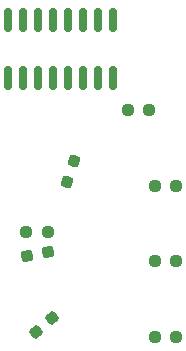
<source format=gbr>
G04 #@! TF.GenerationSoftware,KiCad,Pcbnew,8.0.3*
G04 #@! TF.CreationDate,2024-07-27T02:44:29-04:00*
G04 #@! TF.ProjectId,MEAP_Rev4,4d454150-5f52-4657-9634-2e6b69636164,rev?*
G04 #@! TF.SameCoordinates,Original*
G04 #@! TF.FileFunction,Paste,Bot*
G04 #@! TF.FilePolarity,Positive*
%FSLAX46Y46*%
G04 Gerber Fmt 4.6, Leading zero omitted, Abs format (unit mm)*
G04 Created by KiCad (PCBNEW 8.0.3) date 2024-07-27 02:44:29*
%MOMM*%
%LPD*%
G01*
G04 APERTURE LIST*
G04 Aperture macros list*
%AMRoundRect*
0 Rectangle with rounded corners*
0 $1 Rounding radius*
0 $2 $3 $4 $5 $6 $7 $8 $9 X,Y pos of 4 corners*
0 Add a 4 corners polygon primitive as box body*
4,1,4,$2,$3,$4,$5,$6,$7,$8,$9,$2,$3,0*
0 Add four circle primitives for the rounded corners*
1,1,$1+$1,$2,$3*
1,1,$1+$1,$4,$5*
1,1,$1+$1,$6,$7*
1,1,$1+$1,$8,$9*
0 Add four rect primitives between the rounded corners*
20,1,$1+$1,$2,$3,$4,$5,0*
20,1,$1+$1,$4,$5,$6,$7,0*
20,1,$1+$1,$6,$7,$8,$9,0*
20,1,$1+$1,$8,$9,$2,$3,0*%
G04 Aperture macros list end*
%ADD10RoundRect,0.237500X-0.250000X-0.237500X0.250000X-0.237500X0.250000X0.237500X-0.250000X0.237500X0*%
%ADD11RoundRect,0.237500X0.250000X0.237500X-0.250000X0.237500X-0.250000X-0.237500X0.250000X-0.237500X0*%
%ADD12RoundRect,0.237500X0.204960X0.277304X-0.287443X0.190480X-0.204960X-0.277304X0.287443X-0.190480X0*%
%ADD13RoundRect,0.237500X0.038849X0.342632X-0.344173X0.021239X-0.038849X-0.342632X0.344173X-0.021239X0*%
%ADD14RoundRect,0.150000X-0.150000X0.825000X-0.150000X-0.825000X0.150000X-0.825000X0.150000X0.825000X0*%
%ADD15RoundRect,0.237500X0.137672X-0.316153X0.308682X0.153693X-0.137672X0.316153X-0.308682X-0.153693X0*%
G04 APERTURE END LIST*
D10*
X51377502Y-40170001D03*
X53202498Y-40169999D03*
D11*
X44604998Y-50500000D03*
X42780000Y-50500000D03*
D12*
X44670000Y-52180000D03*
X42872728Y-52496908D03*
D10*
X53690000Y-46540000D03*
X55514996Y-46539998D03*
D13*
X44980000Y-57730000D03*
X43581970Y-58903088D03*
D10*
X53685004Y-52940002D03*
X55510000Y-52940000D03*
D14*
X41250000Y-32484999D03*
X42519999Y-32485000D03*
X43790000Y-32485003D03*
X45059997Y-32484997D03*
X46330001Y-32484999D03*
X47600001Y-32485000D03*
X48870000Y-32484999D03*
X50139999Y-32485000D03*
X50140000Y-37435001D03*
X48870001Y-37435000D03*
X47600000Y-37434997D03*
X46330003Y-37435003D03*
X45059999Y-37435001D03*
X43789999Y-37435000D03*
X42520000Y-37435001D03*
X41250001Y-37435000D03*
D10*
X53685004Y-59350002D03*
X55510000Y-59350000D03*
D15*
X46245812Y-46194936D03*
X46870000Y-44480000D03*
M02*

</source>
